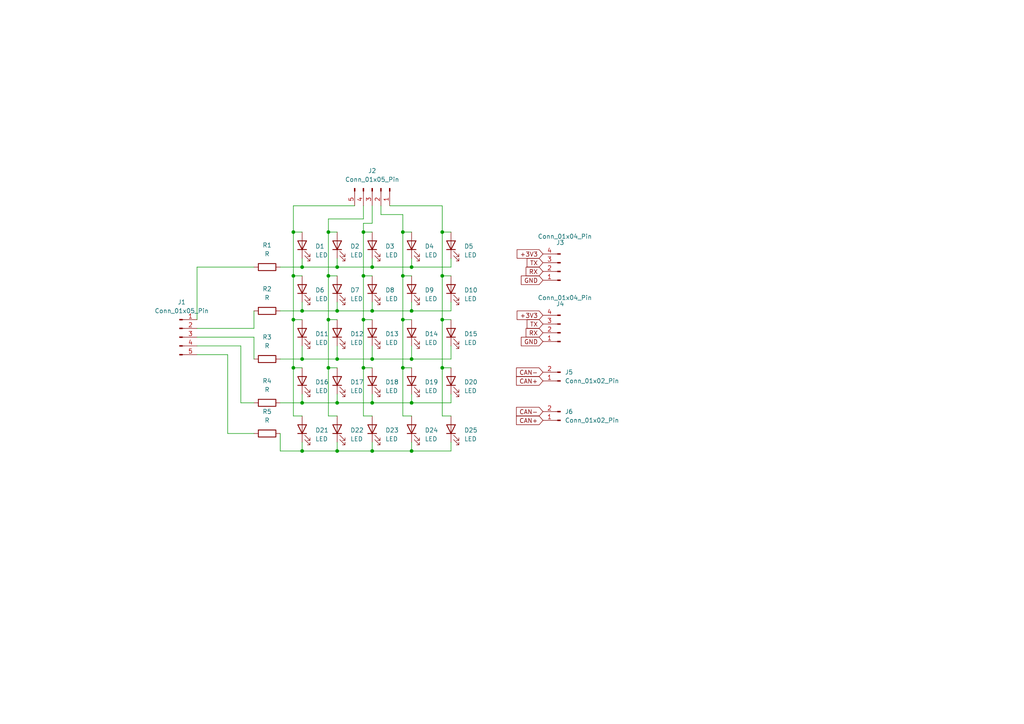
<source format=kicad_sch>
(kicad_sch (version 20231120) (generator "eeschema") (generator_version "8.0")
  (paper "A4")
  (lib_symbols
    (symbol "Connector:Conn_01x02_Pin" (pin_names (offset 1.016) hide)
      (property "Reference" "J" (at 0 2.54 0))
      (property "Value" "Conn_01x02_Pin" (at 0 -5.08 0))
      (symbol "Conn_01x02_Pin_1_1"
        (polyline (pts (xy 1.27 -2.54) (xy 0.8636 -2.54)) (stroke (width 0.1524)))
        (polyline (pts (xy 1.27 0) (xy 0.8636 0)) (stroke (width 0.1524)))
        (rectangle (start 0.8636 -2.413) (end 0 -2.667) (stroke (width 0.1524)) (fill (type outline)))
        (rectangle (start 0.8636 0.127) (end 0 -0.127) (stroke (width 0.1524)) (fill (type outline)))
        (pin passive line (at 5.08 0 180) (length 3.81) (name "Pin_1") (number "1"))
        (pin passive line (at 5.08 -2.54 180) (length 3.81) (name "Pin_2") (number "2"))
      )
    )
    (symbol "Connector:Conn_01x04_Pin" (pin_names (offset 1.016) hide)
      (property "Reference" "J" (at 0 5.08 0))
      (property "Value" "Conn_01x04_Pin" (at 0 -7.62 0))
      (symbol "Conn_01x04_Pin_1_1"
        (polyline (pts (xy 1.27 -5.08) (xy 0.8636 -5.08)) (stroke (width 0.1524)))
        (polyline (pts (xy 1.27 -2.54) (xy 0.8636 -2.54)) (stroke (width 0.1524)))
        (polyline (pts (xy 1.27 0) (xy 0.8636 0)) (stroke (width 0.1524)))
        (polyline (pts (xy 1.27 2.54) (xy 0.8636 2.54)) (stroke (width 0.1524)))
        (rectangle (start 0.8636 -4.953) (end 0 -5.207) (stroke (width 0.1524)) (fill (type outline)))
        (rectangle (start 0.8636 -2.413) (end 0 -2.667) (stroke (width 0.1524)) (fill (type outline)))
        (rectangle (start 0.8636 0.127) (end 0 -0.127) (stroke (width 0.1524)) (fill (type outline)))
        (rectangle (start 0.8636 2.667) (end 0 2.413) (stroke (width 0.1524)) (fill (type outline)))
        (pin passive line (at 5.08 2.54 180) (length 3.81) (name "Pin_1") (number "1"))
        (pin passive line (at 5.08 0 180) (length 3.81) (name "Pin_2") (number "2"))
        (pin passive line (at 5.08 -2.54 180) (length 3.81) (name "Pin_3") (number "3"))
        (pin passive line (at 5.08 -5.08 180) (length 3.81) (name "Pin_4") (number "4"))
      )
    )
    (symbol "Connector:Conn_01x05_Pin" (pin_names (offset 1.016) hide)
      (property "Reference" "J" (at 0 7.62 0))
      (property "Value" "Conn_01x05_Pin" (at 0 -7.62 0))
      (symbol "Conn_01x05_Pin_1_1"
        (polyline (pts (xy 1.27 -5.08) (xy 0.8636 -5.08)) (stroke (width 0.1524)))
        (polyline (pts (xy 1.27 -2.54) (xy 0.8636 -2.54)) (stroke (width 0.1524)))
        (polyline (pts (xy 1.27 0) (xy 0.8636 0)) (stroke (width 0.1524)))
        (polyline (pts (xy 1.27 2.54) (xy 0.8636 2.54)) (stroke (width 0.1524)))
        (polyline (pts (xy 1.27 5.08) (xy 0.8636 5.08)) (stroke (width 0.1524)))
        (rectangle (start 0.8636 -4.953) (end 0 -5.207) (stroke (width 0.1524)) (fill (type outline)))
        (rectangle (start 0.8636 -2.413) (end 0 -2.667) (stroke (width 0.1524)) (fill (type outline)))
        (rectangle (start 0.8636 0.127) (end 0 -0.127) (stroke (width 0.1524)) (fill (type outline)))
        (rectangle (start 0.8636 2.667) (end 0 2.413) (stroke (width 0.1524)) (fill (type outline)))
        (rectangle (start 0.8636 5.207) (end 0 4.953) (stroke (width 0.1524)) (fill (type outline)))
        (pin passive line (at 5.08 5.08 180) (length 3.81) (name "Pin_1") (number "1"))
        (pin passive line (at 5.08 2.54 180) (length 3.81) (name "Pin_2") (number "2"))
        (pin passive line (at 5.08 0 180) (length 3.81) (name "Pin_3") (number "3"))
        (pin passive line (at 5.08 -2.54 180) (length 3.81) (name "Pin_4") (number "4"))
        (pin passive line (at 5.08 -5.08 180) (length 3.81) (name "Pin_5") (number "5"))
      )
    )
    (symbol "Device:LED" (pin_numbers hide) (pin_names (offset 1.016) hide)
      (property "Reference" "D" (at 0 2.54 0))
      (property "Value" "LED" (at 0 -2.54 0))
      (symbol "LED_0_1"
        (polyline (pts (xy -1.27 -1.27) (xy -1.27 1.27)) (stroke (width 0.254)))
        (polyline (pts (xy -1.27 0) (xy 1.27 0)))
        (polyline (pts (xy 1.27 -1.27) (xy 1.27 1.27) (xy -1.27 0) (xy 1.27 -1.27)) (stroke (width 0.254)))
        (polyline (pts (xy -3.048 -0.762) (xy -4.572 -2.286) (xy -3.81 -2.286) (xy -4.572 -2.286) (xy -4.572 -1.524)))
        (polyline (pts (xy -1.778 -0.762) (xy -3.302 -2.286) (xy -2.54 -2.286) (xy -3.302 -2.286) (xy -3.302 -1.524)))
      )
      (symbol "LED_1_1"
        (pin passive line (at -3.81 0 0) (length 2.54) (name "K") (number "1"))
        (pin passive line (at 3.81 0 180) (length 2.54) (name "A") (number "2"))
      )
    )
    (symbol "Device:R" (pin_numbers hide) (pin_names (offset 0))
      (property "Reference" "R" (at 2.032 0 90))
      (property "Value" "R" (at 0 0 90))
      (symbol "R_0_1"
        (rectangle (start -1.016 -2.54) (end 1.016 2.54) (stroke (width 0.254)))
      )
      (symbol "R_1_1"
        (pin passive line (at 0 3.81 270) (length 1.27) (name "~") (number "1"))
        (pin passive line (at 0 -3.81 90) (length 1.27) (name "~") (number "2"))
      )
    )
  )
  (junction (at 87.63 116.84))
  (junction (at 95.25 67.31))
  (junction (at 87.63 90.17))
  (junction (at 95.25 106.68))
  (junction (at 95.25 80.01))
  (junction (at 105.41 67.31))
  (junction (at 116.84 67.31))
  (junction (at 107.95 77.47))
  (junction (at 119.38 116.84))
  (junction (at 107.95 130.81))
  (junction (at 97.79 116.84))
  (junction (at 87.63 104.14))
  (junction (at 87.63 77.47))
  (junction (at 116.84 80.01))
  (junction (at 85.09 106.68))
  (junction (at 105.41 92.71))
  (junction (at 95.25 92.71))
  (junction (at 105.41 106.68))
  (junction (at 128.27 92.71))
  (junction (at 85.09 80.01))
  (junction (at 97.79 104.14))
  (junction (at 119.38 130.81))
  (junction (at 119.38 104.14))
  (junction (at 85.09 67.31))
  (junction (at 119.38 90.17))
  (junction (at 119.38 77.47))
  (junction (at 128.27 67.31))
  (junction (at 97.79 130.81))
  (junction (at 97.79 90.17))
  (junction (at 107.95 116.84))
  (junction (at 128.27 106.68))
  (junction (at 116.84 106.68))
  (junction (at 105.41 80.01))
  (junction (at 107.95 104.14))
  (junction (at 107.95 90.17))
  (junction (at 128.27 80.01))
  (junction (at 85.09 92.71))
  (junction (at 97.79 77.47))
  (junction (at 116.84 92.71))
  (junction (at 87.63 130.81))
  (wire (pts (xy 119.38 104.14) (xy 130.81 104.14)))
  (wire (pts (xy 116.84 80.01) (xy 116.84 92.71)))
  (wire (pts (xy 105.41 92.71) (xy 107.95 92.71)))
  (wire (pts (xy 105.41 63.5) (xy 95.25 63.5)))
  (wire (pts (xy 119.38 77.47) (xy 130.81 77.47)))
  (wire (pts (xy 113.03 59.69) (xy 128.27 59.69)))
  (wire (pts (xy 107.95 114.3) (xy 107.95 116.84)))
  (wire (pts (xy 105.41 120.65) (xy 107.95 120.65)))
  (wire (pts (xy 95.25 92.71) (xy 95.25 106.68)))
  (wire (pts (xy 130.81 80.01) (xy 128.27 80.01)))
  (wire (pts (xy 97.79 74.93) (xy 97.79 77.47)))
  (wire (pts (xy 128.27 106.68) (xy 128.27 120.65)))
  (wire (pts (xy 87.63 74.93) (xy 87.63 77.47)))
  (wire (pts (xy 85.09 92.71) (xy 87.63 92.71)))
  (wire (pts (xy 116.84 106.68) (xy 119.38 106.68)))
  (wire (pts (xy 128.27 92.71) (xy 128.27 106.68)))
  (wire (pts (xy 105.41 67.31) (xy 107.95 67.31)))
  (wire (pts (xy 85.09 67.31) (xy 87.63 67.31)))
  (wire (pts (xy 87.63 128.27) (xy 87.63 130.81)))
  (wire (pts (xy 128.27 59.69) (xy 128.27 67.31)))
  (wire (pts (xy 87.63 116.84) (xy 97.79 116.84)))
  (wire (pts (xy 130.81 116.84) (xy 130.81 114.3)))
  (wire (pts (xy 110.49 62.23) (xy 116.84 62.23)))
  (wire (pts (xy 116.84 92.71) (xy 116.84 106.68)))
  (wire (pts (xy 110.49 59.69) (xy 110.49 62.23)))
  (wire (pts (xy 107.95 130.81) (xy 119.38 130.81)))
  (wire (pts (xy 87.63 100.33) (xy 87.63 104.14)))
  (wire (pts (xy 66.04 125.73) (xy 73.66 125.73)))
  (wire (pts (xy 107.95 128.27) (xy 107.95 130.81)))
  (wire (pts (xy 130.81 77.47) (xy 130.81 74.93)))
  (wire (pts (xy 87.63 130.81) (xy 97.79 130.81)))
  (wire (pts (xy 95.25 67.31) (xy 97.79 67.31)))
  (wire (pts (xy 95.25 120.65) (xy 97.79 120.65)))
  (wire (pts (xy 57.15 95.25) (xy 73.66 95.25)))
  (wire (pts (xy 85.09 106.68) (xy 85.09 120.65)))
  (wire (pts (xy 128.27 106.68) (xy 130.81 106.68)))
  (wire (pts (xy 81.28 77.47) (xy 87.63 77.47)))
  (wire (pts (xy 107.95 74.93) (xy 107.95 77.47)))
  (wire (pts (xy 81.28 130.81) (xy 87.63 130.81)))
  (wire (pts (xy 85.09 80.01) (xy 87.63 80.01)))
  (wire (pts (xy 116.84 67.31) (xy 116.84 80.01)))
  (wire (pts (xy 105.41 59.69) (xy 105.41 63.5)))
  (wire (pts (xy 85.09 106.68) (xy 87.63 106.68)))
  (wire (pts (xy 85.09 67.31) (xy 85.09 80.01)))
  (wire (pts (xy 105.41 106.68) (xy 107.95 106.68)))
  (wire (pts (xy 116.84 120.65) (xy 119.38 120.65)))
  (wire (pts (xy 130.81 90.17) (xy 130.81 87.63)))
  (wire (pts (xy 97.79 130.81) (xy 107.95 130.81)))
  (wire (pts (xy 105.41 92.71) (xy 105.41 106.68)))
  (wire (pts (xy 105.41 80.01) (xy 107.95 80.01)))
  (wire (pts (xy 130.81 130.81) (xy 130.81 128.27)))
  (wire (pts (xy 105.41 64.77) (xy 105.41 67.31)))
  (wire (pts (xy 128.27 80.01) (xy 128.27 92.71)))
  (wire (pts (xy 97.79 104.14) (xy 107.95 104.14)))
  (wire (pts (xy 116.84 106.68) (xy 116.84 120.65)))
  (wire (pts (xy 57.15 97.79) (xy 73.66 97.79)))
  (wire (pts (xy 119.38 90.17) (xy 130.81 90.17)))
  (wire (pts (xy 95.25 80.01) (xy 97.79 80.01)))
  (wire (pts (xy 87.63 77.47) (xy 97.79 77.47)))
  (wire (pts (xy 95.25 106.68) (xy 97.79 106.68)))
  (wire (pts (xy 119.38 128.27) (xy 119.38 130.81)))
  (wire (pts (xy 85.09 80.01) (xy 85.09 92.71)))
  (wire (pts (xy 73.66 95.25) (xy 73.66 90.17)))
  (wire (pts (xy 69.85 100.33) (xy 57.15 100.33)))
  (wire (pts (xy 105.41 106.68) (xy 105.41 120.65)))
  (wire (pts (xy 107.95 90.17) (xy 119.38 90.17)))
  (wire (pts (xy 97.79 114.3) (xy 97.79 116.84)))
  (wire (pts (xy 102.87 59.69) (xy 85.09 59.69)))
  (wire (pts (xy 116.84 62.23) (xy 116.84 67.31)))
  (wire (pts (xy 107.95 77.47) (xy 119.38 77.47)))
  (wire (pts (xy 128.27 92.71) (xy 130.81 92.71)))
  (wire (pts (xy 107.95 104.14) (xy 119.38 104.14)))
  (wire (pts (xy 73.66 77.47) (xy 57.15 77.47)))
  (wire (pts (xy 81.28 116.84) (xy 87.63 116.84)))
  (wire (pts (xy 87.63 104.14) (xy 97.79 104.14)))
  (wire (pts (xy 57.15 102.87) (xy 66.04 102.87)))
  (wire (pts (xy 119.38 116.84) (xy 130.81 116.84)))
  (wire (pts (xy 119.38 74.93) (xy 119.38 77.47)))
  (wire (pts (xy 116.84 92.71) (xy 119.38 92.71)))
  (wire (pts (xy 95.25 67.31) (xy 95.25 80.01)))
  (wire (pts (xy 95.25 80.01) (xy 95.25 92.71)))
  (wire (pts (xy 97.79 116.84) (xy 107.95 116.84)))
  (wire (pts (xy 97.79 90.17) (xy 107.95 90.17)))
  (wire (pts (xy 97.79 77.47) (xy 107.95 77.47)))
  (wire (pts (xy 81.28 125.73) (xy 81.28 130.81)))
  (wire (pts (xy 95.25 63.5) (xy 95.25 67.31)))
  (wire (pts (xy 128.27 120.65) (xy 130.81 120.65)))
  (wire (pts (xy 81.28 90.17) (xy 87.63 90.17)))
  (wire (pts (xy 116.84 80.01) (xy 119.38 80.01)))
  (wire (pts (xy 116.84 67.31) (xy 119.38 67.31)))
  (wire (pts (xy 85.09 120.65) (xy 87.63 120.65)))
  (wire (pts (xy 87.63 114.3) (xy 87.63 116.84)))
  (wire (pts (xy 128.27 67.31) (xy 128.27 80.01)))
  (wire (pts (xy 105.41 80.01) (xy 105.41 92.71)))
  (wire (pts (xy 97.79 128.27) (xy 97.79 130.81)))
  (wire (pts (xy 119.38 87.63) (xy 119.38 90.17)))
  (wire (pts (xy 119.38 114.3) (xy 119.38 116.84)))
  (wire (pts (xy 107.95 100.33) (xy 107.95 104.14)))
  (wire (pts (xy 95.25 92.71) (xy 97.79 92.71)))
  (wire (pts (xy 107.95 87.63) (xy 107.95 90.17)))
  (wire (pts (xy 128.27 67.31) (xy 130.81 67.31)))
  (wire (pts (xy 97.79 100.33) (xy 97.79 104.14)))
  (wire (pts (xy 85.09 59.69) (xy 85.09 67.31)))
  (wire (pts (xy 69.85 116.84) (xy 69.85 100.33)))
  (wire (pts (xy 85.09 92.71) (xy 85.09 106.68)))
  (wire (pts (xy 87.63 90.17) (xy 97.79 90.17)))
  (wire (pts (xy 73.66 116.84) (xy 69.85 116.84)))
  (wire (pts (xy 107.95 59.69) (xy 107.95 64.77)))
  (wire (pts (xy 107.95 64.77) (xy 105.41 64.77)))
  (wire (pts (xy 87.63 87.63) (xy 87.63 90.17)))
  (wire (pts (xy 81.28 104.14) (xy 87.63 104.14)))
  (wire (pts (xy 119.38 100.33) (xy 119.38 104.14)))
  (wire (pts (xy 57.15 77.47) (xy 57.15 92.71)))
  (wire (pts (xy 107.95 116.84) (xy 119.38 116.84)))
  (wire (pts (xy 119.38 130.81) (xy 130.81 130.81)))
  (wire (pts (xy 105.41 67.31) (xy 105.41 80.01)))
  (wire (pts (xy 97.79 87.63) (xy 97.79 90.17)))
  (wire (pts (xy 66.04 102.87) (xy 66.04 125.73)))
  (wire (pts (xy 130.81 104.14) (xy 130.81 100.33)))
  (wire (pts (xy 95.25 106.68) (xy 95.25 120.65)))
  (wire (pts (xy 73.66 97.79) (xy 73.66 104.14)))
  (global_label "GND" (shape input) (at 157.48 81.28 180) (property "Intersheetrefs" "${INTERSHEET_REFS}" (effects (hide yes))))
  (global_label "TX" (shape input) (at 157.48 93.98 180) (property "Intersheetrefs" "${INTERSHEET_REFS}" (effects (hide yes))))
  (global_label "CAN-" (shape input) (at 157.48 119.38 180) (property "Intersheetrefs" "${INTERSHEET_REFS}" (effects (hide yes))))
  (global_label "CAN+" (shape input) (at 157.48 121.92 180) (property "Intersheetrefs" "${INTERSHEET_REFS}" (effects (hide yes))))
  (global_label "RX" (shape input) (at 157.48 78.74 180) (property "Intersheetrefs" "${INTERSHEET_REFS}" (effects (hide yes))))
  (global_label "RX" (shape input) (at 157.48 96.52 180) (property "Intersheetrefs" "${INTERSHEET_REFS}" (effects (hide yes))))
  (global_label "CAN+" (shape input) (at 157.48 110.49 180) (property "Intersheetrefs" "${INTERSHEET_REFS}" (effects (hide yes))))
  (global_label "CAN-" (shape input) (at 157.48 107.95 180) (property "Intersheetrefs" "${INTERSHEET_REFS}" (effects (hide yes))))
  (global_label "TX" (shape input) (at 157.48 76.2 180) (property "Intersheetrefs" "${INTERSHEET_REFS}" (effects (hide yes))))
  (global_label "+3V3" (shape input) (at 157.48 91.44 180) (property "Intersheetrefs" "${INTERSHEET_REFS}" (effects (hide yes))))
  (global_label "GND" (shape input) (at 157.48 99.06 180) (property "Intersheetrefs" "${INTERSHEET_REFS}" (effects (hide yes))))
  (global_label "+3V3" (shape input) (at 157.48 73.66 180) (property "Intersheetrefs" "${INTERSHEET_REFS}" (effects (hide yes))))
  (symbol (lib_id "Connector:Conn_01x05_Pin") (at 107.95 54.61 270) (unit 1)
    (property "Reference" "J2" (at 107.95 49.53 90))
    (property "Value" "Conn_01x05_Pin" (at 107.95 52.07 90))
    (property "Footprint" "Connector_Harwin:Harwin_M20-89005xx_1x05_P2.54mm_Horizontal" (effects (hide yes)))
    (property "Description" "Generic connector, single row, 01x05, script generated" (effects (hide yes)))
  )
  (symbol (lib_id "Device:LED") (at 130.81 71.12 90) (unit 1)
    (property "Reference" "D5" (at 134.62 71.4374 90) (effects (justify right)))
    (property "Value" "LED" (at 134.62 73.9774 90) (effects (justify right)))
    (property "Footprint" "LED_THT:LED_D3.0mm" (effects (hide yes)))
    (property "Description" "Light emitting diode" (effects (hide yes)))
  )
  (symbol (lib_id "Device:LED") (at 119.38 96.52 90) (unit 1)
    (property "Reference" "D14" (at 123.19 96.8374 90) (effects (justify right)))
    (property "Value" "LED" (at 123.19 99.3774 90) (effects (justify right)))
    (property "Footprint" "LED_THT:LED_D3.0mm" (effects (hide yes)))
    (property "Description" "Light emitting diode" (effects (hide yes)))
  )
  (symbol (lib_id "Device:LED") (at 119.38 124.46 90) (unit 1)
    (property "Reference" "D24" (at 123.19 124.7774 90) (effects (justify right)))
    (property "Value" "LED" (at 123.19 127.3174 90) (effects (justify right)))
    (property "Footprint" "LED_THT:LED_D3.0mm" (effects (hide yes)))
    (property "Description" "Light emitting diode" (effects (hide yes)))
  )
  (symbol (lib_id "Connector:Conn_01x04_Pin") (at 162.56 96.52 180) (unit 1)
    (property "Reference" "J4" (at 161.29 88.138 0) (effects (justify right)))
    (property "Value" "Conn_01x04_Pin" (at 155.956 86.36 0) (effects (justify right)))
    (property "Footprint" "Connector_PinHeader_2.54mm:PinHeader_1x04_P2.54mm_Horizontal" (effects (hide yes)))
    (property "Description" "Generic connector, single row, 01x04, script generated" (effects (hide yes)))
  )
  (symbol (lib_id "Device:LED") (at 107.95 124.46 90) (unit 1)
    (property "Reference" "D23" (at 111.76 124.7774 90) (effects (justify right)))
    (property "Value" "LED" (at 111.76 127.3174 90) (effects (justify right)))
    (property "Footprint" "LED_THT:LED_D3.0mm" (effects (hide yes)))
    (property "Description" "Light emitting diode" (effects (hide yes)))
  )
  (symbol (lib_id "Device:R") (at 77.47 90.17 90) (unit 1)
    (property "Reference" "R2" (at 77.47 83.82 90))
    (property "Value" "R" (at 77.47 86.36 90))
    (property "Footprint" "Resistor_THT:R_Axial_DIN0207_L6.3mm_D2.5mm_P7.62mm_Horizontal" (effects (hide yes)))
    (property "Description" "Resistor" (effects (hide yes)))
  )
  (symbol (lib_id "Device:LED") (at 97.79 96.52 90) (unit 1)
    (property "Reference" "D12" (at 101.6 96.8374 90) (effects (justify right)))
    (property "Value" "LED" (at 101.6 99.3774 90) (effects (justify right)))
    (property "Footprint" "LED_THT:LED_D3.0mm" (effects (hide yes)))
    (property "Description" "Light emitting diode" (effects (hide yes)))
  )
  (symbol (lib_id "Connector:Conn_01x02_Pin") (at 162.56 110.49 180) (unit 1)
    (property "Reference" "J5" (at 163.83 107.9499 0) (effects (justify right)))
    (property "Value" "Conn_01x02_Pin" (at 163.83 110.4899 0) (effects (justify right)))
    (property "Footprint" "Connector_PinHeader_2.54mm:PinHeader_1x02_P2.54mm_Horizontal" (effects (hide yes)))
    (property "Description" "Generic connector, single row, 01x02, script generated" (effects (hide yes)))
  )
  (symbol (lib_id "Device:LED") (at 119.38 110.49 90) (unit 1)
    (property "Reference" "D19" (at 123.19 110.8074 90) (effects (justify right)))
    (property "Value" "LED" (at 123.19 113.3474 90) (effects (justify right)))
    (property "Footprint" "LED_THT:LED_D3.0mm" (effects (hide yes)))
    (property "Description" "Light emitting diode" (effects (hide yes)))
  )
  (symbol (lib_id "Device:LED") (at 87.63 124.46 90) (unit 1)
    (property "Reference" "D21" (at 91.44 124.7774 90) (effects (justify right)))
    (property "Value" "LED" (at 91.44 127.3174 90) (effects (justify right)))
    (property "Footprint" "LED_THT:LED_D3.0mm" (effects (hide yes)))
    (property "Description" "Light emitting diode" (effects (hide yes)))
  )
  (symbol (lib_id "Device:LED") (at 107.95 83.82 90) (unit 1)
    (property "Reference" "D8" (at 111.76 84.1374 90) (effects (justify right)))
    (property "Value" "LED" (at 111.76 86.6774 90) (effects (justify right)))
    (property "Footprint" "LED_THT:LED_D3.0mm" (effects (hide yes)))
    (property "Description" "Light emitting diode" (effects (hide yes)))
  )
  (symbol (lib_id "Device:LED") (at 87.63 83.82 90) (unit 1)
    (property "Reference" "D6" (at 91.44 84.1374 90) (effects (justify right)))
    (property "Value" "LED" (at 91.44 86.6774 90) (effects (justify right)))
    (property "Footprint" "LED_THT:LED_D3.0mm" (effects (hide yes)))
    (property "Description" "Light emitting diode" (effects (hide yes)))
  )
  (symbol (lib_id "Device:R") (at 77.47 125.73 90) (unit 1)
    (property "Reference" "R5" (at 77.47 119.38 90))
    (property "Value" "R" (at 77.47 121.92 90))
    (property "Footprint" "Resistor_THT:R_Axial_DIN0207_L6.3mm_D2.5mm_P7.62mm_Horizontal" (effects (hide yes)))
    (property "Description" "Resistor" (effects (hide yes)))
  )
  (symbol (lib_id "Device:LED") (at 130.81 124.46 90) (unit 1)
    (property "Reference" "D25" (at 134.62 124.7774 90) (effects (justify right)))
    (property "Value" "LED" (at 134.62 127.3174 90) (effects (justify right)))
    (property "Footprint" "LED_THT:LED_D3.0mm" (effects (hide yes)))
    (property "Description" "Light emitting diode" (effects (hide yes)))
  )
  (symbol (lib_id "Device:R") (at 77.47 104.14 90) (unit 1)
    (property "Reference" "R3" (at 77.47 97.79 90))
    (property "Value" "R" (at 77.47 100.33 90))
    (property "Footprint" "Resistor_THT:R_Axial_DIN0207_L6.3mm_D2.5mm_P7.62mm_Horizontal" (effects (hide yes)))
    (property "Description" "Resistor" (effects (hide yes)))
  )
  (symbol (lib_id "Device:LED") (at 119.38 83.82 90) (unit 1)
    (property "Reference" "D9" (at 123.19 84.1374 90) (effects (justify right)))
    (property "Value" "LED" (at 123.19 86.6774 90) (effects (justify right)))
    (property "Footprint" "LED_THT:LED_D3.0mm" (effects (hide yes)))
    (property "Description" "Light emitting diode" (effects (hide yes)))
  )
  (symbol (lib_id "Device:LED") (at 87.63 71.12 90) (unit 1)
    (property "Reference" "D1" (at 91.44 71.4374 90) (effects (justify right)))
    (property "Value" "LED" (at 91.44 73.9774 90) (effects (justify right)))
    (property "Footprint" "LED_THT:LED_D3.0mm" (effects (hide yes)))
    (property "Description" "Light emitting diode" (effects (hide yes)))
  )
  (symbol (lib_id "Device:R") (at 77.47 116.84 90) (unit 1)
    (property "Reference" "R4" (at 77.47 110.49 90))
    (property "Value" "R" (at 77.47 113.03 90))
    (property "Footprint" "Resistor_THT:R_Axial_DIN0207_L6.3mm_D2.5mm_P7.62mm_Horizontal" (effects (hide yes)))
    (property "Description" "Resistor" (effects (hide yes)))
  )
  (symbol (lib_id "Device:LED") (at 87.63 110.49 90) (unit 1)
    (property "Reference" "D16" (at 91.44 110.8074 90) (effects (justify right)))
    (property "Value" "LED" (at 91.44 113.3474 90) (effects (justify right)))
    (property "Footprint" "LED_THT:LED_D3.0mm" (effects (hide yes)))
    (property "Description" "Light emitting diode" (effects (hide yes)))
  )
  (symbol (lib_id "Device:LED") (at 107.95 110.49 90) (unit 1)
    (property "Reference" "D18" (at 111.76 110.8074 90) (effects (justify right)))
    (property "Value" "LED" (at 111.76 113.3474 90) (effects (justify right)))
    (property "Footprint" "LED_THT:LED_D3.0mm" (effects (hide yes)))
    (property "Description" "Light emitting diode" (effects (hide yes)))
  )
  (symbol (lib_id "Device:LED") (at 107.95 96.52 90) (unit 1)
    (property "Reference" "D13" (at 111.76 96.8374 90) (effects (justify right)))
    (property "Value" "LED" (at 111.76 99.3774 90) (effects (justify right)))
    (property "Footprint" "LED_THT:LED_D3.0mm" (effects (hide yes)))
    (property "Description" "Light emitting diode" (effects (hide yes)))
  )
  (symbol (lib_id "Device:LED") (at 130.81 96.52 90) (unit 1)
    (property "Reference" "D15" (at 134.62 96.8374 90) (effects (justify right)))
    (property "Value" "LED" (at 134.62 99.3774 90) (effects (justify right)))
    (property "Footprint" "LED_THT:LED_D3.0mm" (effects (hide yes)))
    (property "Description" "Light emitting diode" (effects (hide yes)))
  )
  (symbol (lib_id "Device:LED") (at 97.79 110.49 90) (unit 1)
    (property "Reference" "D17" (at 101.6 110.8074 90) (effects (justify right)))
    (property "Value" "LED" (at 101.6 113.3474 90) (effects (justify right)))
    (property "Footprint" "LED_THT:LED_D3.0mm" (effects (hide yes)))
    (property "Description" "Light emitting diode" (effects (hide yes)))
  )
  (symbol (lib_id "Device:LED") (at 119.38 71.12 90) (unit 1)
    (property "Reference" "D4" (at 123.19 71.4374 90) (effects (justify right)))
    (property "Value" "LED" (at 123.19 73.9774 90) (effects (justify right)))
    (property "Footprint" "LED_THT:LED_D3.0mm" (effects (hide yes)))
    (property "Description" "Light emitting diode" (effects (hide yes)))
  )
  (symbol (lib_id "Device:LED") (at 87.63 96.52 90) (unit 1)
    (property "Reference" "D11" (at 91.44 96.8374 90) (effects (justify right)))
    (property "Value" "LED" (at 91.44 99.3774 90) (effects (justify right)))
    (property "Footprint" "LED_THT:LED_D3.0mm" (effects (hide yes)))
    (property "Description" "Light emitting diode" (effects (hide yes)))
  )
  (symbol (lib_id "Device:LED") (at 130.81 110.49 90) (unit 1)
    (property "Reference" "D20" (at 134.62 110.8074 90) (effects (justify right)))
    (property "Value" "LED" (at 134.62 113.3474 90) (effects (justify right)))
    (property "Footprint" "LED_THT:LED_D3.0mm" (effects (hide yes)))
    (property "Description" "Light emitting diode" (effects (hide yes)))
  )
  (symbol (lib_id "Device:LED") (at 97.79 83.82 90) (unit 1)
    (property "Reference" "D7" (at 101.6 84.1374 90) (effects (justify right)))
    (property "Value" "LED" (at 101.6 86.6774 90) (effects (justify right)))
    (property "Footprint" "LED_THT:LED_D3.0mm" (effects (hide yes)))
    (property "Description" "Light emitting diode" (effects (hide yes)))
  )
  (symbol (lib_id "Connector:Conn_01x05_Pin") (at 52.07 97.79 0) (unit 1)
    (property "Reference" "J1" (at 52.705 87.63 0))
    (property "Value" "Conn_01x05_Pin" (at 52.705 90.17 0))
    (property "Footprint" "Connector_Harwin:Harwin_M20-89005xx_1x05_P2.54mm_Horizontal" (effects (hide yes)))
    (property "Description" "Generic connector, single row, 01x05, script generated" (effects (hide yes)))
  )
  (symbol (lib_id "Device:R") (at 77.47 77.47 90) (unit 1)
    (property "Reference" "R1" (at 77.47 71.12 90))
    (property "Value" "R" (at 77.47 73.66 90))
    (property "Footprint" "Resistor_THT:R_Axial_DIN0207_L6.3mm_D2.5mm_P7.62mm_Horizontal" (effects (hide yes)))
    (property "Description" "Resistor" (effects (hide yes)))
  )
  (symbol (lib_id "Device:LED") (at 107.95 71.12 90) (unit 1)
    (property "Reference" "D3" (at 111.76 71.4374 90) (effects (justify right)))
    (property "Value" "LED" (at 111.76 73.9774 90) (effects (justify right)))
    (property "Footprint" "LED_THT:LED_D3.0mm" (effects (hide yes)))
    (property "Description" "Light emitting diode" (effects (hide yes)))
  )
  (symbol (lib_id "Device:LED") (at 130.81 83.82 90) (unit 1)
    (property "Reference" "D10" (at 134.62 84.1374 90) (effects (justify right)))
    (property "Value" "LED" (at 134.62 86.6774 90) (effects (justify right)))
    (property "Footprint" "LED_THT:LED_D3.0mm" (effects (hide yes)))
    (property "Description" "Light emitting diode" (effects (hide yes)))
  )
  (symbol (lib_id "Connector:Conn_01x04_Pin") (at 162.56 78.74 180) (unit 1)
    (property "Reference" "J3" (at 161.29 70.358 0) (effects (justify right)))
    (property "Value" "Conn_01x04_Pin" (at 155.956 68.58 0) (effects (justify right)))
    (property "Footprint" "Connector_PinHeader_2.54mm:PinHeader_1x04_P2.54mm_Horizontal" (effects (hide yes)))
    (property "Description" "Generic connector, single row, 01x04, script generated" (effects (hide yes)))
  )
  (symbol (lib_id "Device:LED") (at 97.79 71.12 90) (unit 1)
    (property "Reference" "D2" (at 101.6 71.4374 90) (effects (justify right)))
    (property "Value" "LED" (at 101.6 73.9774 90) (effects (justify right)))
    (property "Footprint" "LED_THT:LED_D3.0mm" (effects (hide yes)))
    (property "Description" "Light emitting diode" (effects (hide yes)))
  )
  (symbol (lib_id "Device:LED") (at 97.79 124.46 90) (unit 1)
    (property "Reference" "D22" (at 101.6 124.7774 90) (effects (justify right)))
    (property "Value" "LED" (at 101.6 127.3174 90) (effects (justify right)))
    (property "Footprint" "LED_THT:LED_D3.0mm" (effects (hide yes)))
    (property "Description" "Light emitting diode" (effects (hide yes)))
  )
  (symbol (lib_id "Connector:Conn_01x02_Pin") (at 162.56 121.92 180) (unit 1)
    (property "Reference" "J6" (at 163.83 119.3799 0) (effects (justify right)))
    (property "Value" "Conn_01x02_Pin" (at 163.83 121.9199 0) (effects (justify right)))
    (property "Footprint" "Connector_PinHeader_2.54mm:PinHeader_1x02_P2.54mm_Horizontal" (effects (hide yes)))
    (property "Description" "Generic connector, single row, 01x02, script generated" (effects (hide yes)))
  )
)
</source>
